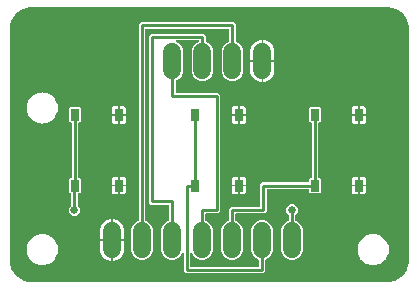
<source format=gtl>
G04 EAGLE Gerber RS-274X export*
G75*
%MOMM*%
%FSLAX34Y34*%
%LPD*%
%INTop Copper*%
%IPPOS*%
%AMOC8*
5,1,8,0,0,1.08239X$1,22.5*%
G01*
G04 Define Apertures*
%ADD10C,1.524000*%
%ADD11R,0.700000X1.000000*%
%ADD12C,0.254000*%
%ADD13C,0.654800*%
G36*
X322849Y2555D02*
X329239Y3826D01*
X329513Y3939D01*
X334931Y7559D01*
X335141Y7769D01*
X338761Y13187D01*
X338874Y13461D01*
X340145Y19851D01*
X340160Y20000D01*
X340160Y218000D01*
X340145Y218149D01*
X338874Y224539D01*
X338761Y224813D01*
X335141Y230231D01*
X334931Y230441D01*
X329513Y234061D01*
X329239Y234174D01*
X322849Y235445D01*
X322700Y235460D01*
X20000Y235460D01*
X19851Y235445D01*
X13461Y234174D01*
X13187Y234061D01*
X7769Y230441D01*
X7559Y230231D01*
X3939Y224813D01*
X3826Y224539D01*
X2555Y218149D01*
X2540Y218000D01*
X2540Y20000D01*
X2555Y19851D01*
X3826Y13461D01*
X3939Y13187D01*
X7559Y7769D01*
X7769Y7559D01*
X13187Y3939D01*
X13461Y3826D01*
X19851Y2555D01*
X20000Y2540D01*
X322700Y2540D01*
X322849Y2555D01*
G37*
%LPC*%
G36*
X112481Y21336D02*
X109120Y22728D01*
X106548Y25300D01*
X105156Y28661D01*
X105156Y47539D01*
X106548Y50900D01*
X109120Y53472D01*
X111036Y54265D01*
X111287Y54435D01*
X111453Y54689D01*
X111506Y54969D01*
X111506Y221157D01*
X113143Y222794D01*
X192057Y222794D01*
X193694Y221157D01*
X193694Y206433D01*
X193754Y206136D01*
X193926Y205886D01*
X194164Y205729D01*
X196080Y204936D01*
X198652Y202364D01*
X200044Y199003D01*
X200044Y180125D01*
X198652Y176764D01*
X196080Y174192D01*
X192719Y172800D01*
X189081Y172800D01*
X185720Y174192D01*
X183148Y176764D01*
X181756Y180125D01*
X181756Y199003D01*
X183148Y202364D01*
X185720Y204936D01*
X187636Y205729D01*
X187887Y205899D01*
X188053Y206153D01*
X188106Y206433D01*
X188106Y216444D01*
X188046Y216741D01*
X187874Y216991D01*
X187619Y217155D01*
X187344Y217206D01*
X117856Y217206D01*
X117559Y217146D01*
X117309Y216974D01*
X117145Y216719D01*
X117094Y216444D01*
X117094Y54969D01*
X117154Y54672D01*
X117326Y54422D01*
X117564Y54265D01*
X119480Y53472D01*
X122052Y50900D01*
X123444Y47539D01*
X123444Y28661D01*
X122052Y25300D01*
X119480Y22728D01*
X116119Y21336D01*
X112481Y21336D01*
G37*
G36*
X151243Y9906D02*
X149606Y11543D01*
X149606Y26670D01*
X149546Y26967D01*
X149374Y27217D01*
X149119Y27381D01*
X148820Y27432D01*
X148525Y27362D01*
X148280Y27182D01*
X148140Y26962D01*
X147452Y25300D01*
X144880Y22728D01*
X141519Y21336D01*
X137881Y21336D01*
X134520Y22728D01*
X131948Y25300D01*
X130556Y28661D01*
X130556Y47539D01*
X131948Y50900D01*
X134520Y53472D01*
X136436Y54265D01*
X136687Y54435D01*
X136853Y54689D01*
X136906Y54969D01*
X136906Y67444D01*
X136846Y67741D01*
X136674Y67991D01*
X136419Y68155D01*
X136144Y68206D01*
X121843Y68206D01*
X120206Y69843D01*
X120206Y211157D01*
X121843Y212794D01*
X166657Y212794D01*
X168294Y211157D01*
X168294Y206433D01*
X168354Y206136D01*
X168526Y205886D01*
X168764Y205729D01*
X170680Y204936D01*
X173252Y202364D01*
X174644Y199003D01*
X174644Y180125D01*
X173252Y176764D01*
X170680Y174192D01*
X167319Y172800D01*
X163681Y172800D01*
X160320Y174192D01*
X157748Y176764D01*
X156356Y180125D01*
X156356Y199003D01*
X157748Y202364D01*
X160320Y204936D01*
X162236Y205729D01*
X162487Y205899D01*
X162653Y206153D01*
X162706Y206433D01*
X162706Y206444D01*
X162646Y206741D01*
X162474Y206991D01*
X162219Y207155D01*
X161944Y207206D01*
X143630Y207206D01*
X143333Y207146D01*
X143083Y206974D01*
X142919Y206719D01*
X142868Y206420D01*
X142938Y206125D01*
X143118Y205880D01*
X143338Y205740D01*
X145280Y204936D01*
X147852Y202364D01*
X149244Y199003D01*
X149244Y180125D01*
X147852Y176764D01*
X145280Y174192D01*
X143264Y173357D01*
X143013Y173188D01*
X142847Y172934D01*
X142794Y172653D01*
X142794Y163556D01*
X142854Y163259D01*
X143026Y163009D01*
X143281Y162845D01*
X143556Y162794D01*
X178957Y162794D01*
X180594Y161157D01*
X180594Y62343D01*
X178957Y60706D01*
X168656Y60706D01*
X168359Y60646D01*
X168109Y60474D01*
X167945Y60219D01*
X167894Y59944D01*
X167894Y54969D01*
X167954Y54672D01*
X168126Y54422D01*
X168364Y54265D01*
X170280Y53472D01*
X172852Y50900D01*
X174244Y47539D01*
X174244Y28661D01*
X172852Y25300D01*
X170280Y22728D01*
X166919Y21336D01*
X163281Y21336D01*
X159920Y22728D01*
X157348Y25300D01*
X156660Y26962D01*
X156491Y27213D01*
X156236Y27379D01*
X155938Y27432D01*
X155642Y27364D01*
X155396Y27187D01*
X155239Y26928D01*
X155194Y26670D01*
X155194Y16256D01*
X155254Y15959D01*
X155426Y15709D01*
X155681Y15545D01*
X155956Y15494D01*
X212344Y15494D01*
X212641Y15554D01*
X212891Y15726D01*
X213055Y15981D01*
X213106Y16256D01*
X213106Y21231D01*
X213046Y21528D01*
X212874Y21778D01*
X212636Y21935D01*
X210720Y22728D01*
X208148Y25300D01*
X206756Y28661D01*
X206756Y47539D01*
X208148Y50900D01*
X210720Y53472D01*
X214081Y54864D01*
X217719Y54864D01*
X221080Y53472D01*
X223652Y50900D01*
X225044Y47539D01*
X225044Y28661D01*
X223652Y25300D01*
X221080Y22728D01*
X219164Y21935D01*
X218913Y21765D01*
X218747Y21511D01*
X218694Y21231D01*
X218694Y11543D01*
X217057Y9906D01*
X151243Y9906D01*
G37*
G36*
X206140Y190326D02*
X206140Y199205D01*
X207687Y202939D01*
X210545Y205797D01*
X214279Y207344D01*
X215538Y207344D01*
X215538Y190326D01*
X206140Y190326D01*
G37*
G36*
X217062Y190326D02*
X217062Y207344D01*
X218321Y207344D01*
X222055Y205797D01*
X224913Y202939D01*
X226460Y199205D01*
X226460Y190326D01*
X217062Y190326D01*
G37*
G36*
X217062Y171784D02*
X217062Y188802D01*
X226460Y188802D01*
X226460Y179923D01*
X224913Y176189D01*
X222055Y173331D01*
X218321Y171784D01*
X217062Y171784D01*
G37*
G36*
X214279Y171784D02*
X210545Y173331D01*
X207687Y176189D01*
X206140Y179923D01*
X206140Y188802D01*
X215538Y188802D01*
X215538Y171784D01*
X214279Y171784D01*
G37*
G36*
X28614Y136941D02*
X28445Y136960D01*
X27406Y136960D01*
X26085Y137507D01*
X25963Y137546D01*
X24197Y137949D01*
X23393Y138590D01*
X23210Y138698D01*
X22613Y138945D01*
X21327Y140231D01*
X21264Y140288D01*
X19543Y141661D01*
X19269Y142229D01*
X19121Y142438D01*
X18945Y142613D01*
X18101Y144652D01*
X18083Y144691D01*
X16960Y147024D01*
X16960Y152976D01*
X18083Y155309D01*
X18101Y155348D01*
X18945Y157387D01*
X19121Y157563D01*
X19269Y157771D01*
X19543Y158339D01*
X21264Y159712D01*
X21327Y159769D01*
X22613Y161055D01*
X23210Y161302D01*
X23393Y161410D01*
X24197Y162051D01*
X25963Y162454D01*
X26085Y162493D01*
X27406Y163040D01*
X28445Y163040D01*
X28614Y163059D01*
X30000Y163375D01*
X31386Y163059D01*
X31555Y163040D01*
X32594Y163040D01*
X33915Y162493D01*
X34037Y162454D01*
X35803Y162051D01*
X36607Y161410D01*
X36790Y161302D01*
X37387Y161055D01*
X38673Y159769D01*
X38736Y159712D01*
X40457Y158339D01*
X40731Y157771D01*
X40879Y157563D01*
X41055Y157387D01*
X41899Y155348D01*
X41917Y155309D01*
X43040Y152976D01*
X43040Y147024D01*
X41917Y144691D01*
X41899Y144652D01*
X41055Y142613D01*
X40879Y142438D01*
X40731Y142229D01*
X40457Y141661D01*
X38736Y140288D01*
X38673Y140231D01*
X37387Y138945D01*
X36790Y138698D01*
X36607Y138590D01*
X35803Y137949D01*
X34037Y137546D01*
X33915Y137507D01*
X32594Y136960D01*
X31555Y136960D01*
X31386Y136941D01*
X30000Y136625D01*
X28614Y136941D01*
G37*
G36*
X298662Y145062D02*
X298662Y151840D01*
X302452Y151840D01*
X303940Y150352D01*
X303940Y145062D01*
X298662Y145062D01*
G37*
G36*
X291860Y145062D02*
X291860Y150352D01*
X293348Y151840D01*
X297138Y151840D01*
X297138Y145062D01*
X291860Y145062D01*
G37*
G36*
X190260Y145062D02*
X190260Y150352D01*
X191748Y151840D01*
X195538Y151840D01*
X195538Y145062D01*
X190260Y145062D01*
G37*
G36*
X88660Y145062D02*
X88660Y150352D01*
X90148Y151840D01*
X93938Y151840D01*
X93938Y145062D01*
X88660Y145062D01*
G37*
G36*
X95462Y145062D02*
X95462Y151840D01*
X99252Y151840D01*
X100740Y150352D01*
X100740Y145062D01*
X95462Y145062D01*
G37*
G36*
X197062Y145062D02*
X197062Y151840D01*
X200852Y151840D01*
X202340Y150352D01*
X202340Y145062D01*
X197062Y145062D01*
G37*
G36*
X188681Y21336D02*
X185320Y22728D01*
X182748Y25300D01*
X181356Y28661D01*
X181356Y47539D01*
X182748Y50900D01*
X185320Y53472D01*
X187236Y54265D01*
X187487Y54435D01*
X187653Y54689D01*
X187706Y54969D01*
X187706Y64657D01*
X189343Y66294D01*
X213614Y66294D01*
X213911Y66354D01*
X214161Y66526D01*
X214325Y66781D01*
X214376Y67056D01*
X214376Y85457D01*
X216013Y87094D01*
X255114Y87094D01*
X255411Y87154D01*
X255661Y87326D01*
X255825Y87581D01*
X255876Y87856D01*
X255876Y89931D01*
X256769Y90824D01*
X257344Y90824D01*
X257641Y90884D01*
X257891Y91056D01*
X258055Y91311D01*
X258106Y91586D01*
X258106Y137014D01*
X258046Y137311D01*
X257874Y137561D01*
X257619Y137725D01*
X257344Y137776D01*
X256769Y137776D01*
X255876Y138669D01*
X255876Y149931D01*
X256769Y150824D01*
X265031Y150824D01*
X265924Y149931D01*
X265924Y138669D01*
X265031Y137776D01*
X264456Y137776D01*
X264159Y137716D01*
X263909Y137544D01*
X263745Y137289D01*
X263694Y137014D01*
X263694Y91586D01*
X263754Y91289D01*
X263926Y91039D01*
X264181Y90875D01*
X264456Y90824D01*
X265031Y90824D01*
X265924Y89931D01*
X265924Y78669D01*
X265031Y77776D01*
X256769Y77776D01*
X255876Y78669D01*
X255876Y80744D01*
X255816Y81041D01*
X255644Y81291D01*
X255389Y81455D01*
X255114Y81506D01*
X220726Y81506D01*
X220429Y81446D01*
X220179Y81274D01*
X220015Y81019D01*
X219964Y80744D01*
X219964Y62343D01*
X218327Y60706D01*
X194056Y60706D01*
X193759Y60646D01*
X193509Y60474D01*
X193345Y60219D01*
X193294Y59944D01*
X193294Y54969D01*
X193354Y54672D01*
X193526Y54422D01*
X193764Y54265D01*
X195680Y53472D01*
X198252Y50900D01*
X199644Y47539D01*
X199644Y28661D01*
X198252Y25300D01*
X195680Y22728D01*
X192319Y21336D01*
X188681Y21336D01*
G37*
G36*
X55163Y58702D02*
X52352Y61513D01*
X52352Y65487D01*
X54133Y67268D01*
X54300Y67521D01*
X54356Y67807D01*
X54356Y77014D01*
X54296Y77311D01*
X54124Y77561D01*
X53869Y77725D01*
X53594Y77776D01*
X53569Y77776D01*
X52676Y78669D01*
X52676Y89931D01*
X53569Y90824D01*
X54144Y90824D01*
X54441Y90884D01*
X54691Y91056D01*
X54855Y91311D01*
X54906Y91586D01*
X54906Y137014D01*
X54846Y137311D01*
X54674Y137561D01*
X54419Y137725D01*
X54144Y137776D01*
X53569Y137776D01*
X52676Y138669D01*
X52676Y149931D01*
X53569Y150824D01*
X61831Y150824D01*
X62724Y149931D01*
X62724Y138669D01*
X61831Y137776D01*
X61256Y137776D01*
X60959Y137716D01*
X60709Y137544D01*
X60545Y137289D01*
X60494Y137014D01*
X60494Y91586D01*
X60554Y91289D01*
X60726Y91039D01*
X60981Y90875D01*
X61256Y90824D01*
X61831Y90824D01*
X62724Y89931D01*
X62724Y78669D01*
X61831Y77776D01*
X60706Y77776D01*
X60409Y77716D01*
X60159Y77544D01*
X59995Y77289D01*
X59944Y77014D01*
X59944Y67807D01*
X60004Y67510D01*
X60167Y67268D01*
X61948Y65487D01*
X61948Y61513D01*
X59137Y58702D01*
X55163Y58702D01*
G37*
G36*
X197062Y136760D02*
X197062Y143538D01*
X202340Y143538D01*
X202340Y138248D01*
X200852Y136760D01*
X197062Y136760D01*
G37*
G36*
X191748Y136760D02*
X190260Y138248D01*
X190260Y143538D01*
X195538Y143538D01*
X195538Y136760D01*
X191748Y136760D01*
G37*
G36*
X95462Y136760D02*
X95462Y143538D01*
X100740Y143538D01*
X100740Y138248D01*
X99252Y136760D01*
X95462Y136760D01*
G37*
G36*
X90148Y136760D02*
X88660Y138248D01*
X88660Y143538D01*
X93938Y143538D01*
X93938Y136760D01*
X90148Y136760D01*
G37*
G36*
X298662Y136760D02*
X298662Y143538D01*
X303940Y143538D01*
X303940Y138248D01*
X302452Y136760D01*
X298662Y136760D01*
G37*
G36*
X293348Y136760D02*
X291860Y138248D01*
X291860Y143538D01*
X297138Y143538D01*
X297138Y136760D01*
X293348Y136760D01*
G37*
G36*
X190260Y85062D02*
X190260Y90352D01*
X191748Y91840D01*
X195538Y91840D01*
X195538Y85062D01*
X190260Y85062D01*
G37*
G36*
X88660Y85062D02*
X88660Y90352D01*
X90148Y91840D01*
X93938Y91840D01*
X93938Y85062D01*
X88660Y85062D01*
G37*
G36*
X291860Y85062D02*
X291860Y90352D01*
X293348Y91840D01*
X297138Y91840D01*
X297138Y85062D01*
X291860Y85062D01*
G37*
G36*
X298662Y85062D02*
X298662Y91840D01*
X302452Y91840D01*
X303940Y90352D01*
X303940Y85062D01*
X298662Y85062D01*
G37*
G36*
X95462Y85062D02*
X95462Y91840D01*
X99252Y91840D01*
X100740Y90352D01*
X100740Y85062D01*
X95462Y85062D01*
G37*
G36*
X197062Y85062D02*
X197062Y91840D01*
X200852Y91840D01*
X202340Y90352D01*
X202340Y85062D01*
X197062Y85062D01*
G37*
G36*
X298662Y76760D02*
X298662Y83538D01*
X303940Y83538D01*
X303940Y78248D01*
X302452Y76760D01*
X298662Y76760D01*
G37*
G36*
X293348Y76760D02*
X291860Y78248D01*
X291860Y83538D01*
X297138Y83538D01*
X297138Y76760D01*
X293348Y76760D01*
G37*
G36*
X197062Y76760D02*
X197062Y83538D01*
X202340Y83538D01*
X202340Y78248D01*
X200852Y76760D01*
X197062Y76760D01*
G37*
G36*
X191748Y76760D02*
X190260Y78248D01*
X190260Y83538D01*
X195538Y83538D01*
X195538Y76760D01*
X191748Y76760D01*
G37*
G36*
X95462Y76760D02*
X95462Y83538D01*
X100740Y83538D01*
X100740Y78248D01*
X99252Y76760D01*
X95462Y76760D01*
G37*
G36*
X90148Y76760D02*
X88660Y78248D01*
X88660Y83538D01*
X93938Y83538D01*
X93938Y76760D01*
X90148Y76760D01*
G37*
G36*
X239481Y21336D02*
X236120Y22728D01*
X233548Y25300D01*
X232156Y28661D01*
X232156Y47539D01*
X233548Y50900D01*
X236120Y53472D01*
X238036Y54265D01*
X238287Y54435D01*
X238453Y54689D01*
X238506Y54969D01*
X238506Y59193D01*
X238446Y59490D01*
X238283Y59732D01*
X236502Y61513D01*
X236502Y65487D01*
X239313Y68298D01*
X243287Y68298D01*
X246098Y65487D01*
X246098Y61513D01*
X244317Y59732D01*
X244150Y59479D01*
X244094Y59193D01*
X244094Y54969D01*
X244154Y54672D01*
X244326Y54422D01*
X244564Y54265D01*
X246480Y53472D01*
X249052Y50900D01*
X250444Y47539D01*
X250444Y28661D01*
X249052Y25300D01*
X246480Y22728D01*
X243119Y21336D01*
X239481Y21336D01*
G37*
G36*
X78740Y38862D02*
X78740Y47741D01*
X80287Y51475D01*
X83145Y54333D01*
X86879Y55880D01*
X88138Y55880D01*
X88138Y38862D01*
X78740Y38862D01*
G37*
G36*
X89662Y38862D02*
X89662Y55880D01*
X90921Y55880D01*
X94655Y54333D01*
X97513Y51475D01*
X99060Y47741D01*
X99060Y38862D01*
X89662Y38862D01*
G37*
G36*
X28614Y16941D02*
X28445Y16960D01*
X27406Y16960D01*
X26085Y17507D01*
X25963Y17546D01*
X24197Y17949D01*
X23393Y18590D01*
X23210Y18698D01*
X22613Y18945D01*
X21327Y20231D01*
X21264Y20288D01*
X19543Y21661D01*
X19269Y22229D01*
X19121Y22438D01*
X18945Y22613D01*
X18101Y24652D01*
X18083Y24691D01*
X16960Y27024D01*
X16960Y32976D01*
X18083Y35309D01*
X18101Y35348D01*
X18945Y37387D01*
X19121Y37563D01*
X19269Y37771D01*
X19543Y38339D01*
X21264Y39712D01*
X21327Y39769D01*
X22613Y41055D01*
X23210Y41302D01*
X23393Y41410D01*
X24197Y42051D01*
X25963Y42454D01*
X26085Y42493D01*
X27406Y43040D01*
X28445Y43040D01*
X28614Y43059D01*
X30000Y43375D01*
X31386Y43059D01*
X31555Y43040D01*
X32594Y43040D01*
X33915Y42493D01*
X34037Y42454D01*
X35803Y42051D01*
X36607Y41410D01*
X36790Y41302D01*
X37387Y41055D01*
X38673Y39769D01*
X38736Y39712D01*
X40457Y38339D01*
X40731Y37771D01*
X40879Y37563D01*
X41055Y37387D01*
X41899Y35348D01*
X41917Y35309D01*
X43040Y32976D01*
X43040Y27024D01*
X41917Y24691D01*
X41899Y24652D01*
X41055Y22613D01*
X40879Y22438D01*
X40731Y22229D01*
X40457Y21661D01*
X38736Y20288D01*
X38673Y20231D01*
X37387Y18945D01*
X36790Y18698D01*
X36607Y18590D01*
X35803Y17949D01*
X34037Y17546D01*
X33915Y17507D01*
X32594Y16960D01*
X31555Y16960D01*
X31386Y16941D01*
X30000Y16625D01*
X28614Y16941D01*
G37*
G36*
X308614Y16941D02*
X308445Y16960D01*
X307406Y16960D01*
X306085Y17507D01*
X305963Y17546D01*
X304197Y17949D01*
X303393Y18590D01*
X303210Y18698D01*
X302613Y18945D01*
X301327Y20231D01*
X301264Y20288D01*
X299543Y21661D01*
X299269Y22229D01*
X299121Y22438D01*
X298945Y22613D01*
X298101Y24652D01*
X298083Y24691D01*
X296960Y27024D01*
X296960Y32976D01*
X298083Y35309D01*
X298101Y35348D01*
X298945Y37387D01*
X299121Y37563D01*
X299269Y37771D01*
X299543Y38339D01*
X301264Y39712D01*
X301327Y39769D01*
X302613Y41055D01*
X303210Y41302D01*
X303393Y41410D01*
X304197Y42051D01*
X305963Y42454D01*
X306085Y42493D01*
X307406Y43040D01*
X308445Y43040D01*
X308614Y43059D01*
X310000Y43375D01*
X311386Y43059D01*
X311555Y43040D01*
X312594Y43040D01*
X313915Y42493D01*
X314037Y42454D01*
X315803Y42051D01*
X316607Y41410D01*
X316790Y41302D01*
X317387Y41055D01*
X318673Y39769D01*
X318736Y39712D01*
X320457Y38339D01*
X320731Y37771D01*
X320879Y37563D01*
X321055Y37387D01*
X321899Y35348D01*
X321917Y35309D01*
X323040Y32976D01*
X323040Y27024D01*
X321917Y24691D01*
X321899Y24652D01*
X321055Y22613D01*
X320879Y22438D01*
X320731Y22229D01*
X320457Y21661D01*
X318736Y20288D01*
X318673Y20231D01*
X317387Y18945D01*
X316790Y18698D01*
X316607Y18590D01*
X315803Y17949D01*
X314037Y17546D01*
X313915Y17507D01*
X312594Y16960D01*
X311555Y16960D01*
X311386Y16941D01*
X310000Y16625D01*
X308614Y16941D01*
G37*
G36*
X89662Y20320D02*
X89662Y37338D01*
X99060Y37338D01*
X99060Y28459D01*
X97513Y24725D01*
X94655Y21867D01*
X90921Y20320D01*
X89662Y20320D01*
G37*
G36*
X86879Y20320D02*
X83145Y21867D01*
X80287Y24725D01*
X78740Y28459D01*
X78740Y37338D01*
X88138Y37338D01*
X88138Y20320D01*
X86879Y20320D01*
G37*
%LPD*%
D10*
X216300Y197184D02*
X216300Y181944D01*
X190900Y181944D02*
X190900Y197184D01*
X165500Y197184D02*
X165500Y181944D01*
X140100Y181944D02*
X140100Y197184D01*
X241300Y45720D02*
X241300Y30480D01*
X215900Y30480D02*
X215900Y45720D01*
X190500Y45720D02*
X190500Y30480D01*
X165100Y30480D02*
X165100Y45720D01*
X139700Y45720D02*
X139700Y30480D01*
X114300Y30480D02*
X114300Y45720D01*
X88900Y45720D02*
X88900Y30480D01*
D11*
X260900Y84300D03*
X260900Y144300D03*
X297900Y84300D03*
X297900Y144300D03*
X159300Y84300D03*
X159300Y144300D03*
X196300Y84300D03*
X196300Y144300D03*
X57700Y84300D03*
X57700Y144300D03*
X94700Y84300D03*
X94700Y144300D03*
D12*
X114300Y170000D02*
X114300Y38100D01*
X114300Y170000D02*
X114300Y175100D01*
X114300Y220000D01*
X190900Y220000D01*
X190900Y189564D01*
X165500Y189564D02*
X165500Y210000D01*
X123000Y210000D01*
X123000Y71000D01*
X139700Y71000D01*
X139700Y38100D01*
X165100Y38100D02*
X165100Y63500D01*
X177800Y63500D02*
X177800Y110000D01*
X177800Y114300D01*
X177800Y63500D02*
X165100Y63500D01*
X177800Y114300D02*
X177800Y160000D01*
X140000Y160000D01*
X140000Y189564D01*
X140100Y189564D01*
X190500Y63500D02*
X190500Y38100D01*
X190500Y63500D02*
X217170Y63500D01*
X217170Y84300D01*
X260900Y84300D01*
X260900Y144300D01*
X159300Y84300D02*
X152400Y84300D01*
X152400Y12700D01*
X215900Y12700D01*
X215900Y38100D01*
X159300Y84300D02*
X159300Y144300D01*
X241300Y63500D02*
X241300Y38100D01*
D13*
X241300Y63500D03*
X57150Y63500D03*
D12*
X57150Y84300D01*
X57700Y84300D01*
X57700Y144300D01*
M02*

</source>
